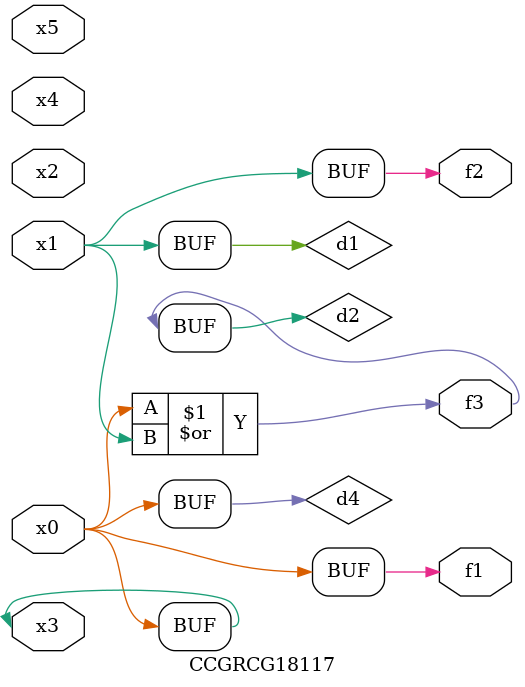
<source format=v>
module CCGRCG18117(
	input x0, x1, x2, x3, x4, x5,
	output f1, f2, f3
);

	wire d1, d2, d3, d4;

	and (d1, x1);
	or (d2, x0, x1);
	nand (d3, x0, x5);
	buf (d4, x0, x3);
	assign f1 = d4;
	assign f2 = d1;
	assign f3 = d2;
endmodule

</source>
